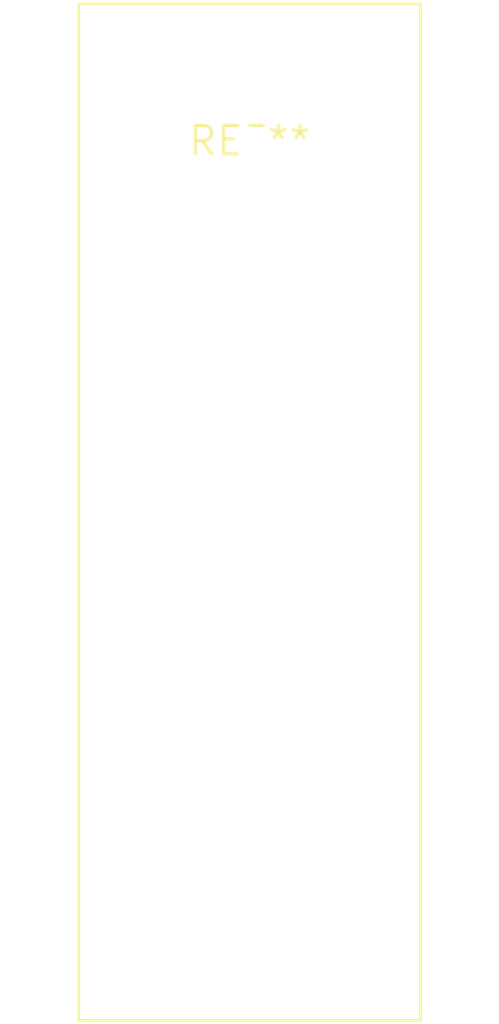
<source format=kicad_pcb>
(kicad_pcb (version 20240108) (generator pcbnew)
  (layers (0 "F.Cu" signal) (31 "B.Cu" signal) (34 "B.Paste" user) (35 "F.Paste" user) (36 "B.SilkS" user "B.Silkscreen") (37 "F.SilkS" user "F.Silkscreen") (38 "B.Mask" user) (39 "F.Mask" user) (44 "Edge.Cuts" user))
  (net 0 "")
  (footprint "Filter_Schaffner_FN406" (layer "F.Cu") (at 0 0)
    (property "Reference" "REF**")
    (property "Value" "Filter_Schaffner_FN406")
    (fp_line (start -7.6 -6.09) (end -7.6 39.11) (layer "F.SilkS") (stroke (width 0.12)))
    (fp_line (start -7.6 -6.09) (end 7.6 -6.09) (layer "F.SilkS") (stroke (width 0.12)))
    (fp_line (start -7.6 39.11) (end 7.6 39.11) (layer "F.SilkS") (stroke (width 0.12)))
    (fp_line (start 7.6 39.11) (end 7.6 -6.09) (layer "F.SilkS") (stroke (width 0.12)))
    (pad "1" thru_hole roundrect (at 0 0) (size 2.5 2.5) (drill 1.3) (layers *.Cu *.Mask) (remove_unused_layers))
    (pad "2" thru_hole circle (at 0 7.62) (size 2.5 2.5) (drill 1.3) (layers *.Cu *.Mask) (remove_unused_layers))
    (pad "3" thru_hole circle (at 0 15.24) (size 2.5 2.5) (drill 1.3) (layers *.Cu *.Mask) (remove_unused_layers))
    (pad "4" thru_hole circle (at 0 25.4) (size 2.5 2.5) (drill 1.3) (layers *.Cu *.Mask) (remove_unused_layers))
    (pad "5" thru_hole circle (at 0 33.02) (size 2.5 2.5) (drill 1.3) (layers *.Cu *.Mask) (remove_unused_layers))
  )
)
</source>
